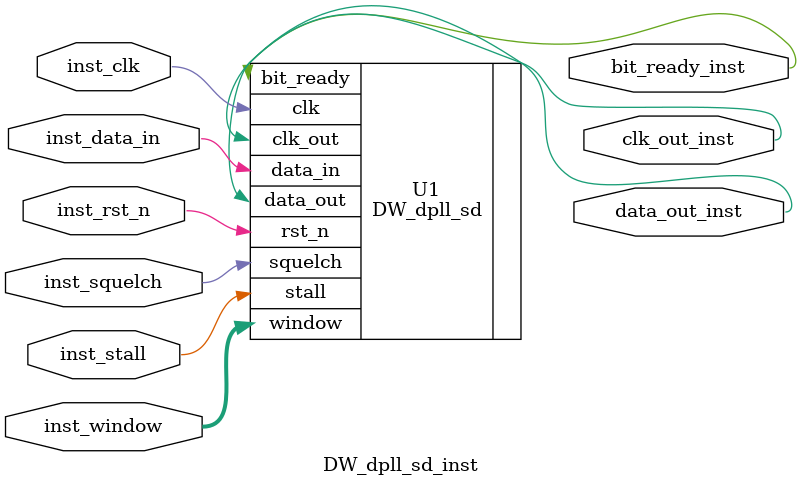
<source format=v>
module DW_dpll_sd_inst( inst_clk, inst_rst_n, inst_stall, 
                        inst_squelch, inst_window, inst_data_in,
                        clk_out_inst, bit_ready_inst, data_out_inst );

  parameter inst_width = 1;
  parameter inst_divisor = 5;
  parameter inst_gain = 1;
  parameter inst_filter = 2;
  parameter inst_windows = 3;
  `define bit_width_windows 2 // ceil(log2(inst_windows)

  input inst_clk;
  input inst_rst_n;
  input inst_stall;
  input inst_squelch;
  input [`bit_width_windows-1 : 0] inst_window;
  input [inst_width-1 : 0] inst_data_in;
  output clk_out_inst;
  output bit_ready_inst;
  output [inst_width-1 : 0] data_out_inst;

  // Instance of DW_dpll_sd
  DW_dpll_sd #(inst_width, inst_divisor, inst_gain, 
               inst_filter, inst_windows) 
    U1 ( .clk(inst_clk), .rst_n(inst_rst_n), .stall(inst_stall),
         .squelch(inst_squelch), .window(inst_window),
         .data_in(inst_data_in), .clk_out(clk_out_inst),
         .bit_ready(bit_ready_inst), .data_out(data_out_inst) );
endmodule


</source>
